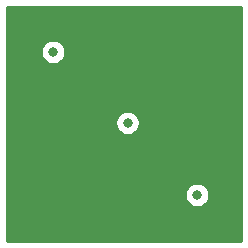
<source format=gbr>
G04 #@! TF.GenerationSoftware,KiCad,Pcbnew,5.1.2*
G04 #@! TF.CreationDate,2019-06-10T10:04:51+01:00*
G04 #@! TF.ProjectId,camv,63616d76-2e6b-4696-9361-645f70636258,rev?*
G04 #@! TF.SameCoordinates,Original*
G04 #@! TF.FileFunction,Copper,L1,Top*
G04 #@! TF.FilePolarity,Positive*
%FSLAX46Y46*%
G04 Gerber Fmt 4.6, Leading zero omitted, Abs format (unit mm)*
G04 Created by KiCad (PCBNEW 5.1.2) date 2019-06-10 10:04:51*
%MOMM*%
%LPD*%
G04 APERTURE LIST*
%ADD10C,0.800000*%
%ADD11C,0.254000*%
G04 APERTURE END LIST*
D10*
X127000000Y-81900000D03*
X133300000Y-87900000D03*
X139200000Y-94000000D03*
D11*
G36*
X142873000Y-97873000D02*
G01*
X123127000Y-97873000D01*
X123127000Y-93898061D01*
X138165000Y-93898061D01*
X138165000Y-94101939D01*
X138204774Y-94301898D01*
X138282795Y-94490256D01*
X138396063Y-94659774D01*
X138540226Y-94803937D01*
X138709744Y-94917205D01*
X138898102Y-94995226D01*
X139098061Y-95035000D01*
X139301939Y-95035000D01*
X139501898Y-94995226D01*
X139690256Y-94917205D01*
X139859774Y-94803937D01*
X140003937Y-94659774D01*
X140117205Y-94490256D01*
X140195226Y-94301898D01*
X140235000Y-94101939D01*
X140235000Y-93898061D01*
X140195226Y-93698102D01*
X140117205Y-93509744D01*
X140003937Y-93340226D01*
X139859774Y-93196063D01*
X139690256Y-93082795D01*
X139501898Y-93004774D01*
X139301939Y-92965000D01*
X139098061Y-92965000D01*
X138898102Y-93004774D01*
X138709744Y-93082795D01*
X138540226Y-93196063D01*
X138396063Y-93340226D01*
X138282795Y-93509744D01*
X138204774Y-93698102D01*
X138165000Y-93898061D01*
X123127000Y-93898061D01*
X123127000Y-87798061D01*
X132265000Y-87798061D01*
X132265000Y-88001939D01*
X132304774Y-88201898D01*
X132382795Y-88390256D01*
X132496063Y-88559774D01*
X132640226Y-88703937D01*
X132809744Y-88817205D01*
X132998102Y-88895226D01*
X133198061Y-88935000D01*
X133401939Y-88935000D01*
X133601898Y-88895226D01*
X133790256Y-88817205D01*
X133959774Y-88703937D01*
X134103937Y-88559774D01*
X134217205Y-88390256D01*
X134295226Y-88201898D01*
X134335000Y-88001939D01*
X134335000Y-87798061D01*
X134295226Y-87598102D01*
X134217205Y-87409744D01*
X134103937Y-87240226D01*
X133959774Y-87096063D01*
X133790256Y-86982795D01*
X133601898Y-86904774D01*
X133401939Y-86865000D01*
X133198061Y-86865000D01*
X132998102Y-86904774D01*
X132809744Y-86982795D01*
X132640226Y-87096063D01*
X132496063Y-87240226D01*
X132382795Y-87409744D01*
X132304774Y-87598102D01*
X132265000Y-87798061D01*
X123127000Y-87798061D01*
X123127000Y-81798061D01*
X125965000Y-81798061D01*
X125965000Y-82001939D01*
X126004774Y-82201898D01*
X126082795Y-82390256D01*
X126196063Y-82559774D01*
X126340226Y-82703937D01*
X126509744Y-82817205D01*
X126698102Y-82895226D01*
X126898061Y-82935000D01*
X127101939Y-82935000D01*
X127301898Y-82895226D01*
X127490256Y-82817205D01*
X127659774Y-82703937D01*
X127803937Y-82559774D01*
X127917205Y-82390256D01*
X127995226Y-82201898D01*
X128035000Y-82001939D01*
X128035000Y-81798061D01*
X127995226Y-81598102D01*
X127917205Y-81409744D01*
X127803937Y-81240226D01*
X127659774Y-81096063D01*
X127490256Y-80982795D01*
X127301898Y-80904774D01*
X127101939Y-80865000D01*
X126898061Y-80865000D01*
X126698102Y-80904774D01*
X126509744Y-80982795D01*
X126340226Y-81096063D01*
X126196063Y-81240226D01*
X126082795Y-81409744D01*
X126004774Y-81598102D01*
X125965000Y-81798061D01*
X123127000Y-81798061D01*
X123127000Y-78127000D01*
X142873000Y-78127000D01*
X142873000Y-97873000D01*
X142873000Y-97873000D01*
G37*
X142873000Y-97873000D02*
X123127000Y-97873000D01*
X123127000Y-93898061D01*
X138165000Y-93898061D01*
X138165000Y-94101939D01*
X138204774Y-94301898D01*
X138282795Y-94490256D01*
X138396063Y-94659774D01*
X138540226Y-94803937D01*
X138709744Y-94917205D01*
X138898102Y-94995226D01*
X139098061Y-95035000D01*
X139301939Y-95035000D01*
X139501898Y-94995226D01*
X139690256Y-94917205D01*
X139859774Y-94803937D01*
X140003937Y-94659774D01*
X140117205Y-94490256D01*
X140195226Y-94301898D01*
X140235000Y-94101939D01*
X140235000Y-93898061D01*
X140195226Y-93698102D01*
X140117205Y-93509744D01*
X140003937Y-93340226D01*
X139859774Y-93196063D01*
X139690256Y-93082795D01*
X139501898Y-93004774D01*
X139301939Y-92965000D01*
X139098061Y-92965000D01*
X138898102Y-93004774D01*
X138709744Y-93082795D01*
X138540226Y-93196063D01*
X138396063Y-93340226D01*
X138282795Y-93509744D01*
X138204774Y-93698102D01*
X138165000Y-93898061D01*
X123127000Y-93898061D01*
X123127000Y-87798061D01*
X132265000Y-87798061D01*
X132265000Y-88001939D01*
X132304774Y-88201898D01*
X132382795Y-88390256D01*
X132496063Y-88559774D01*
X132640226Y-88703937D01*
X132809744Y-88817205D01*
X132998102Y-88895226D01*
X133198061Y-88935000D01*
X133401939Y-88935000D01*
X133601898Y-88895226D01*
X133790256Y-88817205D01*
X133959774Y-88703937D01*
X134103937Y-88559774D01*
X134217205Y-88390256D01*
X134295226Y-88201898D01*
X134335000Y-88001939D01*
X134335000Y-87798061D01*
X134295226Y-87598102D01*
X134217205Y-87409744D01*
X134103937Y-87240226D01*
X133959774Y-87096063D01*
X133790256Y-86982795D01*
X133601898Y-86904774D01*
X133401939Y-86865000D01*
X133198061Y-86865000D01*
X132998102Y-86904774D01*
X132809744Y-86982795D01*
X132640226Y-87096063D01*
X132496063Y-87240226D01*
X132382795Y-87409744D01*
X132304774Y-87598102D01*
X132265000Y-87798061D01*
X123127000Y-87798061D01*
X123127000Y-81798061D01*
X125965000Y-81798061D01*
X125965000Y-82001939D01*
X126004774Y-82201898D01*
X126082795Y-82390256D01*
X126196063Y-82559774D01*
X126340226Y-82703937D01*
X126509744Y-82817205D01*
X126698102Y-82895226D01*
X126898061Y-82935000D01*
X127101939Y-82935000D01*
X127301898Y-82895226D01*
X127490256Y-82817205D01*
X127659774Y-82703937D01*
X127803937Y-82559774D01*
X127917205Y-82390256D01*
X127995226Y-82201898D01*
X128035000Y-82001939D01*
X128035000Y-81798061D01*
X127995226Y-81598102D01*
X127917205Y-81409744D01*
X127803937Y-81240226D01*
X127659774Y-81096063D01*
X127490256Y-80982795D01*
X127301898Y-80904774D01*
X127101939Y-80865000D01*
X126898061Y-80865000D01*
X126698102Y-80904774D01*
X126509744Y-80982795D01*
X126340226Y-81096063D01*
X126196063Y-81240226D01*
X126082795Y-81409744D01*
X126004774Y-81598102D01*
X125965000Y-81798061D01*
X123127000Y-81798061D01*
X123127000Y-78127000D01*
X142873000Y-78127000D01*
X142873000Y-97873000D01*
M02*

</source>
